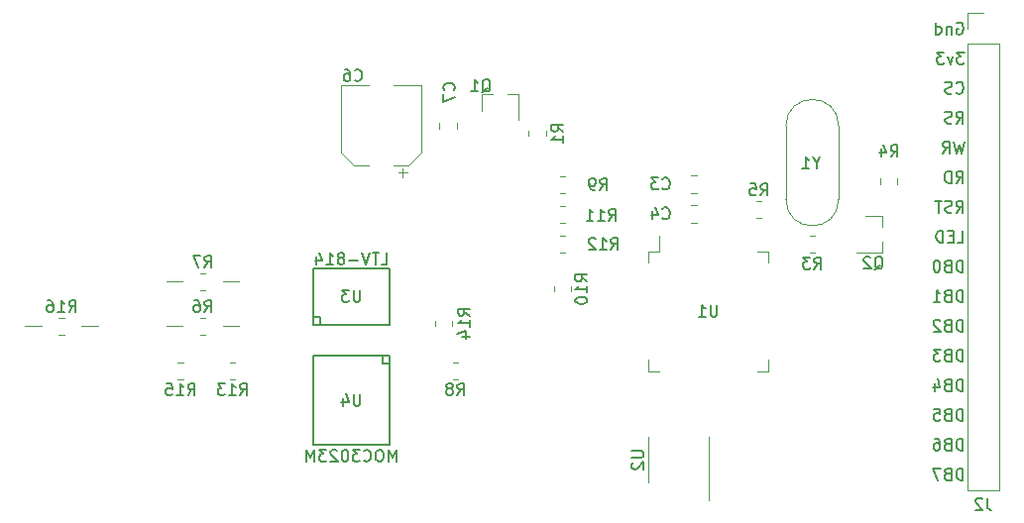
<source format=gbr>
%TF.GenerationSoftware,KiCad,Pcbnew,(5.1.9)-1*%
%TF.CreationDate,2021-12-16T02:45:32+03:00*%
%TF.ProjectId,pcb-heater,7063622d-6865-4617-9465-722e6b696361,rev?*%
%TF.SameCoordinates,Original*%
%TF.FileFunction,Legend,Bot*%
%TF.FilePolarity,Positive*%
%FSLAX46Y46*%
G04 Gerber Fmt 4.6, Leading zero omitted, Abs format (unit mm)*
G04 Created by KiCad (PCBNEW (5.1.9)-1) date 2021-12-16 02:45:32*
%MOMM*%
%LPD*%
G01*
G04 APERTURE LIST*
%ADD10C,0.150000*%
%ADD11C,0.120000*%
G04 APERTURE END LIST*
D10*
X139237404Y-117927380D02*
X139237404Y-116927380D01*
X138999309Y-116927380D01*
X138856452Y-116975000D01*
X138761214Y-117070238D01*
X138713595Y-117165476D01*
X138665976Y-117355952D01*
X138665976Y-117498809D01*
X138713595Y-117689285D01*
X138761214Y-117784523D01*
X138856452Y-117879761D01*
X138999309Y-117927380D01*
X139237404Y-117927380D01*
X137904071Y-117403571D02*
X137761214Y-117451190D01*
X137713595Y-117498809D01*
X137665976Y-117594047D01*
X137665976Y-117736904D01*
X137713595Y-117832142D01*
X137761214Y-117879761D01*
X137856452Y-117927380D01*
X138237404Y-117927380D01*
X138237404Y-116927380D01*
X137904071Y-116927380D01*
X137808833Y-116975000D01*
X137761214Y-117022619D01*
X137713595Y-117117857D01*
X137713595Y-117213095D01*
X137761214Y-117308333D01*
X137808833Y-117355952D01*
X137904071Y-117403571D01*
X138237404Y-117403571D01*
X137332642Y-116927380D02*
X136665976Y-116927380D01*
X137094547Y-117927380D01*
X139237404Y-115387380D02*
X139237404Y-114387380D01*
X138999309Y-114387380D01*
X138856452Y-114435000D01*
X138761214Y-114530238D01*
X138713595Y-114625476D01*
X138665976Y-114815952D01*
X138665976Y-114958809D01*
X138713595Y-115149285D01*
X138761214Y-115244523D01*
X138856452Y-115339761D01*
X138999309Y-115387380D01*
X139237404Y-115387380D01*
X137904071Y-114863571D02*
X137761214Y-114911190D01*
X137713595Y-114958809D01*
X137665976Y-115054047D01*
X137665976Y-115196904D01*
X137713595Y-115292142D01*
X137761214Y-115339761D01*
X137856452Y-115387380D01*
X138237404Y-115387380D01*
X138237404Y-114387380D01*
X137904071Y-114387380D01*
X137808833Y-114435000D01*
X137761214Y-114482619D01*
X137713595Y-114577857D01*
X137713595Y-114673095D01*
X137761214Y-114768333D01*
X137808833Y-114815952D01*
X137904071Y-114863571D01*
X138237404Y-114863571D01*
X136808833Y-114387380D02*
X136999309Y-114387380D01*
X137094547Y-114435000D01*
X137142166Y-114482619D01*
X137237404Y-114625476D01*
X137285023Y-114815952D01*
X137285023Y-115196904D01*
X137237404Y-115292142D01*
X137189785Y-115339761D01*
X137094547Y-115387380D01*
X136904071Y-115387380D01*
X136808833Y-115339761D01*
X136761214Y-115292142D01*
X136713595Y-115196904D01*
X136713595Y-114958809D01*
X136761214Y-114863571D01*
X136808833Y-114815952D01*
X136904071Y-114768333D01*
X137094547Y-114768333D01*
X137189785Y-114815952D01*
X137237404Y-114863571D01*
X137285023Y-114958809D01*
X139237404Y-112847380D02*
X139237404Y-111847380D01*
X138999309Y-111847380D01*
X138856452Y-111895000D01*
X138761214Y-111990238D01*
X138713595Y-112085476D01*
X138665976Y-112275952D01*
X138665976Y-112418809D01*
X138713595Y-112609285D01*
X138761214Y-112704523D01*
X138856452Y-112799761D01*
X138999309Y-112847380D01*
X139237404Y-112847380D01*
X137904071Y-112323571D02*
X137761214Y-112371190D01*
X137713595Y-112418809D01*
X137665976Y-112514047D01*
X137665976Y-112656904D01*
X137713595Y-112752142D01*
X137761214Y-112799761D01*
X137856452Y-112847380D01*
X138237404Y-112847380D01*
X138237404Y-111847380D01*
X137904071Y-111847380D01*
X137808833Y-111895000D01*
X137761214Y-111942619D01*
X137713595Y-112037857D01*
X137713595Y-112133095D01*
X137761214Y-112228333D01*
X137808833Y-112275952D01*
X137904071Y-112323571D01*
X138237404Y-112323571D01*
X136761214Y-111847380D02*
X137237404Y-111847380D01*
X137285023Y-112323571D01*
X137237404Y-112275952D01*
X137142166Y-112228333D01*
X136904071Y-112228333D01*
X136808833Y-112275952D01*
X136761214Y-112323571D01*
X136713595Y-112418809D01*
X136713595Y-112656904D01*
X136761214Y-112752142D01*
X136808833Y-112799761D01*
X136904071Y-112847380D01*
X137142166Y-112847380D01*
X137237404Y-112799761D01*
X137285023Y-112752142D01*
X139237404Y-110307380D02*
X139237404Y-109307380D01*
X138999309Y-109307380D01*
X138856452Y-109355000D01*
X138761214Y-109450238D01*
X138713595Y-109545476D01*
X138665976Y-109735952D01*
X138665976Y-109878809D01*
X138713595Y-110069285D01*
X138761214Y-110164523D01*
X138856452Y-110259761D01*
X138999309Y-110307380D01*
X139237404Y-110307380D01*
X137904071Y-109783571D02*
X137761214Y-109831190D01*
X137713595Y-109878809D01*
X137665976Y-109974047D01*
X137665976Y-110116904D01*
X137713595Y-110212142D01*
X137761214Y-110259761D01*
X137856452Y-110307380D01*
X138237404Y-110307380D01*
X138237404Y-109307380D01*
X137904071Y-109307380D01*
X137808833Y-109355000D01*
X137761214Y-109402619D01*
X137713595Y-109497857D01*
X137713595Y-109593095D01*
X137761214Y-109688333D01*
X137808833Y-109735952D01*
X137904071Y-109783571D01*
X138237404Y-109783571D01*
X136808833Y-109640714D02*
X136808833Y-110307380D01*
X137046928Y-109259761D02*
X137285023Y-109974047D01*
X136665976Y-109974047D01*
X139237404Y-107767380D02*
X139237404Y-106767380D01*
X138999309Y-106767380D01*
X138856452Y-106815000D01*
X138761214Y-106910238D01*
X138713595Y-107005476D01*
X138665976Y-107195952D01*
X138665976Y-107338809D01*
X138713595Y-107529285D01*
X138761214Y-107624523D01*
X138856452Y-107719761D01*
X138999309Y-107767380D01*
X139237404Y-107767380D01*
X137904071Y-107243571D02*
X137761214Y-107291190D01*
X137713595Y-107338809D01*
X137665976Y-107434047D01*
X137665976Y-107576904D01*
X137713595Y-107672142D01*
X137761214Y-107719761D01*
X137856452Y-107767380D01*
X138237404Y-107767380D01*
X138237404Y-106767380D01*
X137904071Y-106767380D01*
X137808833Y-106815000D01*
X137761214Y-106862619D01*
X137713595Y-106957857D01*
X137713595Y-107053095D01*
X137761214Y-107148333D01*
X137808833Y-107195952D01*
X137904071Y-107243571D01*
X138237404Y-107243571D01*
X137332642Y-106767380D02*
X136713595Y-106767380D01*
X137046928Y-107148333D01*
X136904071Y-107148333D01*
X136808833Y-107195952D01*
X136761214Y-107243571D01*
X136713595Y-107338809D01*
X136713595Y-107576904D01*
X136761214Y-107672142D01*
X136808833Y-107719761D01*
X136904071Y-107767380D01*
X137189785Y-107767380D01*
X137285023Y-107719761D01*
X137332642Y-107672142D01*
X139237404Y-105227380D02*
X139237404Y-104227380D01*
X138999309Y-104227380D01*
X138856452Y-104275000D01*
X138761214Y-104370238D01*
X138713595Y-104465476D01*
X138665976Y-104655952D01*
X138665976Y-104798809D01*
X138713595Y-104989285D01*
X138761214Y-105084523D01*
X138856452Y-105179761D01*
X138999309Y-105227380D01*
X139237404Y-105227380D01*
X137904071Y-104703571D02*
X137761214Y-104751190D01*
X137713595Y-104798809D01*
X137665976Y-104894047D01*
X137665976Y-105036904D01*
X137713595Y-105132142D01*
X137761214Y-105179761D01*
X137856452Y-105227380D01*
X138237404Y-105227380D01*
X138237404Y-104227380D01*
X137904071Y-104227380D01*
X137808833Y-104275000D01*
X137761214Y-104322619D01*
X137713595Y-104417857D01*
X137713595Y-104513095D01*
X137761214Y-104608333D01*
X137808833Y-104655952D01*
X137904071Y-104703571D01*
X138237404Y-104703571D01*
X137285023Y-104322619D02*
X137237404Y-104275000D01*
X137142166Y-104227380D01*
X136904071Y-104227380D01*
X136808833Y-104275000D01*
X136761214Y-104322619D01*
X136713595Y-104417857D01*
X136713595Y-104513095D01*
X136761214Y-104655952D01*
X137332642Y-105227380D01*
X136713595Y-105227380D01*
X139237404Y-102687380D02*
X139237404Y-101687380D01*
X138999309Y-101687380D01*
X138856452Y-101735000D01*
X138761214Y-101830238D01*
X138713595Y-101925476D01*
X138665976Y-102115952D01*
X138665976Y-102258809D01*
X138713595Y-102449285D01*
X138761214Y-102544523D01*
X138856452Y-102639761D01*
X138999309Y-102687380D01*
X139237404Y-102687380D01*
X137904071Y-102163571D02*
X137761214Y-102211190D01*
X137713595Y-102258809D01*
X137665976Y-102354047D01*
X137665976Y-102496904D01*
X137713595Y-102592142D01*
X137761214Y-102639761D01*
X137856452Y-102687380D01*
X138237404Y-102687380D01*
X138237404Y-101687380D01*
X137904071Y-101687380D01*
X137808833Y-101735000D01*
X137761214Y-101782619D01*
X137713595Y-101877857D01*
X137713595Y-101973095D01*
X137761214Y-102068333D01*
X137808833Y-102115952D01*
X137904071Y-102163571D01*
X138237404Y-102163571D01*
X136713595Y-102687380D02*
X137285023Y-102687380D01*
X136999309Y-102687380D02*
X136999309Y-101687380D01*
X137094547Y-101830238D01*
X137189785Y-101925476D01*
X137285023Y-101973095D01*
X139237404Y-100147380D02*
X139237404Y-99147380D01*
X138999309Y-99147380D01*
X138856452Y-99195000D01*
X138761214Y-99290238D01*
X138713595Y-99385476D01*
X138665976Y-99575952D01*
X138665976Y-99718809D01*
X138713595Y-99909285D01*
X138761214Y-100004523D01*
X138856452Y-100099761D01*
X138999309Y-100147380D01*
X139237404Y-100147380D01*
X137904071Y-99623571D02*
X137761214Y-99671190D01*
X137713595Y-99718809D01*
X137665976Y-99814047D01*
X137665976Y-99956904D01*
X137713595Y-100052142D01*
X137761214Y-100099761D01*
X137856452Y-100147380D01*
X138237404Y-100147380D01*
X138237404Y-99147380D01*
X137904071Y-99147380D01*
X137808833Y-99195000D01*
X137761214Y-99242619D01*
X137713595Y-99337857D01*
X137713595Y-99433095D01*
X137761214Y-99528333D01*
X137808833Y-99575952D01*
X137904071Y-99623571D01*
X138237404Y-99623571D01*
X137046928Y-99147380D02*
X136951690Y-99147380D01*
X136856452Y-99195000D01*
X136808833Y-99242619D01*
X136761214Y-99337857D01*
X136713595Y-99528333D01*
X136713595Y-99766428D01*
X136761214Y-99956904D01*
X136808833Y-100052142D01*
X136856452Y-100099761D01*
X136951690Y-100147380D01*
X137046928Y-100147380D01*
X137142166Y-100099761D01*
X137189785Y-100052142D01*
X137237404Y-99956904D01*
X137285023Y-99766428D01*
X137285023Y-99528333D01*
X137237404Y-99337857D01*
X137189785Y-99242619D01*
X137142166Y-99195000D01*
X137046928Y-99147380D01*
X138761214Y-97607380D02*
X139237404Y-97607380D01*
X139237404Y-96607380D01*
X138427880Y-97083571D02*
X138094547Y-97083571D01*
X137951690Y-97607380D02*
X138427880Y-97607380D01*
X138427880Y-96607380D01*
X137951690Y-96607380D01*
X137523119Y-97607380D02*
X137523119Y-96607380D01*
X137285023Y-96607380D01*
X137142166Y-96655000D01*
X137046928Y-96750238D01*
X136999309Y-96845476D01*
X136951690Y-97035952D01*
X136951690Y-97178809D01*
X136999309Y-97369285D01*
X137046928Y-97464523D01*
X137142166Y-97559761D01*
X137285023Y-97607380D01*
X137523119Y-97607380D01*
X138665976Y-95067380D02*
X138999309Y-94591190D01*
X139237404Y-95067380D02*
X139237404Y-94067380D01*
X138856452Y-94067380D01*
X138761214Y-94115000D01*
X138713595Y-94162619D01*
X138665976Y-94257857D01*
X138665976Y-94400714D01*
X138713595Y-94495952D01*
X138761214Y-94543571D01*
X138856452Y-94591190D01*
X139237404Y-94591190D01*
X138285023Y-95019761D02*
X138142166Y-95067380D01*
X137904071Y-95067380D01*
X137808833Y-95019761D01*
X137761214Y-94972142D01*
X137713595Y-94876904D01*
X137713595Y-94781666D01*
X137761214Y-94686428D01*
X137808833Y-94638809D01*
X137904071Y-94591190D01*
X138094547Y-94543571D01*
X138189785Y-94495952D01*
X138237404Y-94448333D01*
X138285023Y-94353095D01*
X138285023Y-94257857D01*
X138237404Y-94162619D01*
X138189785Y-94115000D01*
X138094547Y-94067380D01*
X137856452Y-94067380D01*
X137713595Y-94115000D01*
X137427880Y-94067380D02*
X136856452Y-94067380D01*
X137142166Y-95067380D02*
X137142166Y-94067380D01*
X138665976Y-92527380D02*
X138999309Y-92051190D01*
X139237404Y-92527380D02*
X139237404Y-91527380D01*
X138856452Y-91527380D01*
X138761214Y-91575000D01*
X138713595Y-91622619D01*
X138665976Y-91717857D01*
X138665976Y-91860714D01*
X138713595Y-91955952D01*
X138761214Y-92003571D01*
X138856452Y-92051190D01*
X139237404Y-92051190D01*
X138237404Y-92527380D02*
X138237404Y-91527380D01*
X137999309Y-91527380D01*
X137856452Y-91575000D01*
X137761214Y-91670238D01*
X137713595Y-91765476D01*
X137665976Y-91955952D01*
X137665976Y-92098809D01*
X137713595Y-92289285D01*
X137761214Y-92384523D01*
X137856452Y-92479761D01*
X137999309Y-92527380D01*
X138237404Y-92527380D01*
X139332642Y-88987380D02*
X139094547Y-89987380D01*
X138904071Y-89273095D01*
X138713595Y-89987380D01*
X138475500Y-88987380D01*
X137523119Y-89987380D02*
X137856452Y-89511190D01*
X138094547Y-89987380D02*
X138094547Y-88987380D01*
X137713595Y-88987380D01*
X137618357Y-89035000D01*
X137570738Y-89082619D01*
X137523119Y-89177857D01*
X137523119Y-89320714D01*
X137570738Y-89415952D01*
X137618357Y-89463571D01*
X137713595Y-89511190D01*
X138094547Y-89511190D01*
X138665976Y-87447380D02*
X138999309Y-86971190D01*
X139237404Y-87447380D02*
X139237404Y-86447380D01*
X138856452Y-86447380D01*
X138761214Y-86495000D01*
X138713595Y-86542619D01*
X138665976Y-86637857D01*
X138665976Y-86780714D01*
X138713595Y-86875952D01*
X138761214Y-86923571D01*
X138856452Y-86971190D01*
X139237404Y-86971190D01*
X138285023Y-87399761D02*
X138142166Y-87447380D01*
X137904071Y-87447380D01*
X137808833Y-87399761D01*
X137761214Y-87352142D01*
X137713595Y-87256904D01*
X137713595Y-87161666D01*
X137761214Y-87066428D01*
X137808833Y-87018809D01*
X137904071Y-86971190D01*
X138094547Y-86923571D01*
X138189785Y-86875952D01*
X138237404Y-86828333D01*
X138285023Y-86733095D01*
X138285023Y-86637857D01*
X138237404Y-86542619D01*
X138189785Y-86495000D01*
X138094547Y-86447380D01*
X137856452Y-86447380D01*
X137713595Y-86495000D01*
X138665976Y-84812142D02*
X138713595Y-84859761D01*
X138856452Y-84907380D01*
X138951690Y-84907380D01*
X139094547Y-84859761D01*
X139189785Y-84764523D01*
X139237404Y-84669285D01*
X139285023Y-84478809D01*
X139285023Y-84335952D01*
X139237404Y-84145476D01*
X139189785Y-84050238D01*
X139094547Y-83955000D01*
X138951690Y-83907380D01*
X138856452Y-83907380D01*
X138713595Y-83955000D01*
X138665976Y-84002619D01*
X138285023Y-84859761D02*
X138142166Y-84907380D01*
X137904071Y-84907380D01*
X137808833Y-84859761D01*
X137761214Y-84812142D01*
X137713595Y-84716904D01*
X137713595Y-84621666D01*
X137761214Y-84526428D01*
X137808833Y-84478809D01*
X137904071Y-84431190D01*
X138094547Y-84383571D01*
X138189785Y-84335952D01*
X138237404Y-84288333D01*
X138285023Y-84193095D01*
X138285023Y-84097857D01*
X138237404Y-84002619D01*
X138189785Y-83955000D01*
X138094547Y-83907380D01*
X137856452Y-83907380D01*
X137713595Y-83955000D01*
X139332642Y-81367380D02*
X138713595Y-81367380D01*
X139046928Y-81748333D01*
X138904071Y-81748333D01*
X138808833Y-81795952D01*
X138761214Y-81843571D01*
X138713595Y-81938809D01*
X138713595Y-82176904D01*
X138761214Y-82272142D01*
X138808833Y-82319761D01*
X138904071Y-82367380D01*
X139189785Y-82367380D01*
X139285023Y-82319761D01*
X139332642Y-82272142D01*
X138380261Y-81700714D02*
X138142166Y-82367380D01*
X137904071Y-81700714D01*
X137618357Y-81367380D02*
X136999309Y-81367380D01*
X137332642Y-81748333D01*
X137189785Y-81748333D01*
X137094547Y-81795952D01*
X137046928Y-81843571D01*
X136999309Y-81938809D01*
X136999309Y-82176904D01*
X137046928Y-82272142D01*
X137094547Y-82319761D01*
X137189785Y-82367380D01*
X137475500Y-82367380D01*
X137570738Y-82319761D01*
X137618357Y-82272142D01*
X138713595Y-78875000D02*
X138808833Y-78827380D01*
X138951690Y-78827380D01*
X139094547Y-78875000D01*
X139189785Y-78970238D01*
X139237404Y-79065476D01*
X139285023Y-79255952D01*
X139285023Y-79398809D01*
X139237404Y-79589285D01*
X139189785Y-79684523D01*
X139094547Y-79779761D01*
X138951690Y-79827380D01*
X138856452Y-79827380D01*
X138713595Y-79779761D01*
X138665976Y-79732142D01*
X138665976Y-79398809D01*
X138856452Y-79398809D01*
X138237404Y-79160714D02*
X138237404Y-79827380D01*
X138237404Y-79255952D02*
X138189785Y-79208333D01*
X138094547Y-79160714D01*
X137951690Y-79160714D01*
X137856452Y-79208333D01*
X137808833Y-79303571D01*
X137808833Y-79827380D01*
X136904071Y-79827380D02*
X136904071Y-78827380D01*
X136904071Y-79779761D02*
X136999309Y-79827380D01*
X137189785Y-79827380D01*
X137285023Y-79779761D01*
X137332642Y-79732142D01*
X137380261Y-79636904D01*
X137380261Y-79351190D01*
X137332642Y-79255952D01*
X137285023Y-79208333D01*
X137189785Y-79160714D01*
X136999309Y-79160714D01*
X136904071Y-79208333D01*
D11*
%TO.C,U2*%
X117495000Y-116205000D02*
X117495000Y-119655000D01*
X117495000Y-116205000D02*
X117495000Y-114255000D01*
X112375000Y-116205000D02*
X112375000Y-118155000D01*
X112375000Y-116205000D02*
X112375000Y-114255000D01*
%TO.C,R16*%
X62457064Y-104040000D02*
X62002936Y-104040000D01*
X62457064Y-105510000D02*
X62002936Y-105510000D01*
X63930000Y-104775000D02*
X65330000Y-104775000D01*
X60530000Y-104775000D02*
X59130000Y-104775000D01*
%TO.C,Y1*%
X124117000Y-93955000D02*
G75*
G03*
X128613000Y-93955000I2248000J0D01*
G01*
X128613000Y-87655000D02*
G75*
G03*
X124117000Y-87655000I-2248000J0D01*
G01*
X128613000Y-87655000D02*
X128613000Y-93955000D01*
X124117000Y-87655000D02*
X124117000Y-93955000D01*
D10*
%TO.C,U4*%
X89644220Y-107950000D02*
X90243660Y-107950000D01*
X89644220Y-107315000D02*
X89644220Y-107916980D01*
X83746340Y-107315000D02*
X90243660Y-107315000D01*
X83746340Y-114935000D02*
X90243660Y-114935000D01*
X90245000Y-107315000D02*
X90245000Y-114935000D01*
X83745000Y-107315000D02*
X83745000Y-114935000D01*
%TO.C,U3*%
X90245000Y-104635000D02*
X90245000Y-99835000D01*
X83745000Y-104635000D02*
X83745000Y-99835000D01*
X90243660Y-99835020D02*
X83746340Y-99835020D01*
X90243660Y-104634980D02*
X83746340Y-104634980D01*
X84345780Y-104634980D02*
X84345780Y-104033000D01*
X84345780Y-104033000D02*
X83746340Y-104033000D01*
D11*
%TO.C,U1*%
X122585000Y-107665000D02*
X122585000Y-108615000D01*
X122585000Y-108615000D02*
X121635000Y-108615000D01*
X122585000Y-99345000D02*
X122585000Y-98395000D01*
X122585000Y-98395000D02*
X121635000Y-98395000D01*
X112365000Y-107665000D02*
X112365000Y-108615000D01*
X112365000Y-108615000D02*
X113315000Y-108615000D01*
X112365000Y-99345000D02*
X112365000Y-98395000D01*
X112365000Y-98395000D02*
X113315000Y-98395000D01*
X113315000Y-98395000D02*
X113315000Y-97055000D01*
%TO.C,R15*%
X72162936Y-109320000D02*
X72617064Y-109320000D01*
X72162936Y-107850000D02*
X72617064Y-107850000D01*
%TO.C,R14*%
X95604000Y-104748064D02*
X95604000Y-104293936D01*
X94134000Y-104748064D02*
X94134000Y-104293936D01*
%TO.C,R13*%
X76607936Y-109320000D02*
X77062064Y-109320000D01*
X76607936Y-107850000D02*
X77062064Y-107850000D01*
%TO.C,R12*%
X104795936Y-98525000D02*
X105250064Y-98525000D01*
X104795936Y-97055000D02*
X105250064Y-97055000D01*
%TO.C,R11*%
X104817936Y-95985000D02*
X105272064Y-95985000D01*
X104817936Y-94515000D02*
X105272064Y-94515000D01*
%TO.C,R10*%
X105764000Y-101827064D02*
X105764000Y-101372936D01*
X104294000Y-101827064D02*
X104294000Y-101372936D01*
%TO.C,R9*%
X104801936Y-93445000D02*
X105256064Y-93445000D01*
X104801936Y-91975000D02*
X105256064Y-91975000D01*
%TO.C,R8*%
X95657936Y-109320000D02*
X96112064Y-109320000D01*
X95657936Y-107850000D02*
X96112064Y-107850000D01*
%TO.C,R7*%
X74522064Y-100230000D02*
X74067936Y-100230000D01*
X74522064Y-101700000D02*
X74067936Y-101700000D01*
X75995000Y-100965000D02*
X77395000Y-100965000D01*
X72595000Y-100965000D02*
X71195000Y-100965000D01*
%TO.C,R6*%
X74522064Y-104040000D02*
X74067936Y-104040000D01*
X74522064Y-105510000D02*
X74067936Y-105510000D01*
X75995000Y-104775000D02*
X77395000Y-104775000D01*
X72595000Y-104775000D02*
X71195000Y-104775000D01*
%TO.C,R5*%
X121565936Y-95540500D02*
X122020064Y-95540500D01*
X121565936Y-94070500D02*
X122020064Y-94070500D01*
%TO.C,R4*%
X132170500Y-92165436D02*
X132170500Y-92619564D01*
X133640500Y-92165436D02*
X133640500Y-92619564D01*
%TO.C,R3*%
X126592064Y-97055000D02*
X126137936Y-97055000D01*
X126592064Y-98525000D02*
X126137936Y-98525000D01*
%TO.C,R1*%
X102135000Y-88037936D02*
X102135000Y-88492064D01*
X103605000Y-88037936D02*
X103605000Y-88492064D01*
%TO.C,Q2*%
X132332000Y-95321000D02*
X132332000Y-96251000D01*
X132332000Y-98481000D02*
X132332000Y-97551000D01*
X132332000Y-98481000D02*
X130172000Y-98481000D01*
X132332000Y-95321000D02*
X130872000Y-95321000D01*
%TO.C,Q1*%
X98115000Y-84965000D02*
X99045000Y-84965000D01*
X101275000Y-84965000D02*
X100345000Y-84965000D01*
X101275000Y-84965000D02*
X101275000Y-87125000D01*
X98115000Y-84965000D02*
X98115000Y-86425000D01*
%TO.C,J2*%
X142300000Y-80645000D02*
X139640000Y-80645000D01*
X142300000Y-80645000D02*
X142300000Y-118805000D01*
X142300000Y-118805000D02*
X139640000Y-118805000D01*
X139640000Y-80645000D02*
X139640000Y-118805000D01*
X139640000Y-78045000D02*
X139640000Y-79375000D01*
X140970000Y-78045000D02*
X139640000Y-78045000D01*
%TO.C,C7*%
X95985000Y-87891252D02*
X95985000Y-87368748D01*
X94515000Y-87891252D02*
X94515000Y-87368748D01*
%TO.C,C6*%
X86125000Y-84220000D02*
X88475000Y-84220000D01*
X92945000Y-84220000D02*
X90595000Y-84220000D01*
X92945000Y-89975563D02*
X92945000Y-84220000D01*
X86125000Y-89975563D02*
X86125000Y-84220000D01*
X87189437Y-91040000D02*
X88475000Y-91040000D01*
X91880563Y-91040000D02*
X90595000Y-91040000D01*
X91880563Y-91040000D02*
X92945000Y-89975563D01*
X87189437Y-91040000D02*
X86125000Y-89975563D01*
X91382500Y-92067500D02*
X91382500Y-91280000D01*
X91776250Y-91673750D02*
X90988750Y-91673750D01*
%TO.C,C4*%
X116007248Y-95921500D02*
X116529752Y-95921500D01*
X116007248Y-94451500D02*
X116529752Y-94451500D01*
%TO.C,C3*%
X116007248Y-93381500D02*
X116529752Y-93381500D01*
X116007248Y-91911500D02*
X116529752Y-91911500D01*
%TO.C,U2*%
D10*
X110958380Y-115443095D02*
X111767904Y-115443095D01*
X111863142Y-115490714D01*
X111910761Y-115538333D01*
X111958380Y-115633571D01*
X111958380Y-115824047D01*
X111910761Y-115919285D01*
X111863142Y-115966904D01*
X111767904Y-116014523D01*
X110958380Y-116014523D01*
X111053619Y-116443095D02*
X111006000Y-116490714D01*
X110958380Y-116585952D01*
X110958380Y-116824047D01*
X111006000Y-116919285D01*
X111053619Y-116966904D01*
X111148857Y-117014523D01*
X111244095Y-117014523D01*
X111386952Y-116966904D01*
X111958380Y-116395476D01*
X111958380Y-117014523D01*
%TO.C,R16*%
X62872857Y-103576380D02*
X63206190Y-103100190D01*
X63444285Y-103576380D02*
X63444285Y-102576380D01*
X63063333Y-102576380D01*
X62968095Y-102624000D01*
X62920476Y-102671619D01*
X62872857Y-102766857D01*
X62872857Y-102909714D01*
X62920476Y-103004952D01*
X62968095Y-103052571D01*
X63063333Y-103100190D01*
X63444285Y-103100190D01*
X61920476Y-103576380D02*
X62491904Y-103576380D01*
X62206190Y-103576380D02*
X62206190Y-102576380D01*
X62301428Y-102719238D01*
X62396666Y-102814476D01*
X62491904Y-102862095D01*
X61063333Y-102576380D02*
X61253809Y-102576380D01*
X61349047Y-102624000D01*
X61396666Y-102671619D01*
X61491904Y-102814476D01*
X61539523Y-103004952D01*
X61539523Y-103385904D01*
X61491904Y-103481142D01*
X61444285Y-103528761D01*
X61349047Y-103576380D01*
X61158571Y-103576380D01*
X61063333Y-103528761D01*
X61015714Y-103481142D01*
X60968095Y-103385904D01*
X60968095Y-103147809D01*
X61015714Y-103052571D01*
X61063333Y-103004952D01*
X61158571Y-102957333D01*
X61349047Y-102957333D01*
X61444285Y-103004952D01*
X61491904Y-103052571D01*
X61539523Y-103147809D01*
%TO.C,Y1*%
X126714190Y-90844690D02*
X126714190Y-91320880D01*
X127047523Y-90320880D02*
X126714190Y-90844690D01*
X126380857Y-90320880D01*
X125523714Y-91320880D02*
X126095142Y-91320880D01*
X125809428Y-91320880D02*
X125809428Y-90320880D01*
X125904666Y-90463738D01*
X125999904Y-90558976D01*
X126095142Y-90606595D01*
%TO.C,U4*%
X87756904Y-110577380D02*
X87756904Y-111386904D01*
X87709285Y-111482142D01*
X87661666Y-111529761D01*
X87566428Y-111577380D01*
X87375952Y-111577380D01*
X87280714Y-111529761D01*
X87233095Y-111482142D01*
X87185476Y-111386904D01*
X87185476Y-110577380D01*
X86280714Y-110910714D02*
X86280714Y-111577380D01*
X86518809Y-110529761D02*
X86756904Y-111244047D01*
X86137857Y-111244047D01*
X90828333Y-116339880D02*
X90828333Y-115339880D01*
X90495000Y-116054166D01*
X90161666Y-115339880D01*
X90161666Y-116339880D01*
X89495000Y-115339880D02*
X89304523Y-115339880D01*
X89209285Y-115387500D01*
X89114047Y-115482738D01*
X89066428Y-115673214D01*
X89066428Y-116006547D01*
X89114047Y-116197023D01*
X89209285Y-116292261D01*
X89304523Y-116339880D01*
X89495000Y-116339880D01*
X89590238Y-116292261D01*
X89685476Y-116197023D01*
X89733095Y-116006547D01*
X89733095Y-115673214D01*
X89685476Y-115482738D01*
X89590238Y-115387500D01*
X89495000Y-115339880D01*
X88066428Y-116244642D02*
X88114047Y-116292261D01*
X88256904Y-116339880D01*
X88352142Y-116339880D01*
X88495000Y-116292261D01*
X88590238Y-116197023D01*
X88637857Y-116101785D01*
X88685476Y-115911309D01*
X88685476Y-115768452D01*
X88637857Y-115577976D01*
X88590238Y-115482738D01*
X88495000Y-115387500D01*
X88352142Y-115339880D01*
X88256904Y-115339880D01*
X88114047Y-115387500D01*
X88066428Y-115435119D01*
X87733095Y-115339880D02*
X87114047Y-115339880D01*
X87447380Y-115720833D01*
X87304523Y-115720833D01*
X87209285Y-115768452D01*
X87161666Y-115816071D01*
X87114047Y-115911309D01*
X87114047Y-116149404D01*
X87161666Y-116244642D01*
X87209285Y-116292261D01*
X87304523Y-116339880D01*
X87590238Y-116339880D01*
X87685476Y-116292261D01*
X87733095Y-116244642D01*
X86495000Y-115339880D02*
X86399761Y-115339880D01*
X86304523Y-115387500D01*
X86256904Y-115435119D01*
X86209285Y-115530357D01*
X86161666Y-115720833D01*
X86161666Y-115958928D01*
X86209285Y-116149404D01*
X86256904Y-116244642D01*
X86304523Y-116292261D01*
X86399761Y-116339880D01*
X86495000Y-116339880D01*
X86590238Y-116292261D01*
X86637857Y-116244642D01*
X86685476Y-116149404D01*
X86733095Y-115958928D01*
X86733095Y-115720833D01*
X86685476Y-115530357D01*
X86637857Y-115435119D01*
X86590238Y-115387500D01*
X86495000Y-115339880D01*
X85780714Y-115435119D02*
X85733095Y-115387500D01*
X85637857Y-115339880D01*
X85399761Y-115339880D01*
X85304523Y-115387500D01*
X85256904Y-115435119D01*
X85209285Y-115530357D01*
X85209285Y-115625595D01*
X85256904Y-115768452D01*
X85828333Y-116339880D01*
X85209285Y-116339880D01*
X84875952Y-115339880D02*
X84256904Y-115339880D01*
X84590238Y-115720833D01*
X84447380Y-115720833D01*
X84352142Y-115768452D01*
X84304523Y-115816071D01*
X84256904Y-115911309D01*
X84256904Y-116149404D01*
X84304523Y-116244642D01*
X84352142Y-116292261D01*
X84447380Y-116339880D01*
X84733095Y-116339880D01*
X84828333Y-116292261D01*
X84875952Y-116244642D01*
X83828333Y-116339880D02*
X83828333Y-115339880D01*
X83495000Y-116054166D01*
X83161666Y-115339880D01*
X83161666Y-116339880D01*
%TO.C,U3*%
X87756904Y-101687380D02*
X87756904Y-102496904D01*
X87709285Y-102592142D01*
X87661666Y-102639761D01*
X87566428Y-102687380D01*
X87375952Y-102687380D01*
X87280714Y-102639761D01*
X87233095Y-102592142D01*
X87185476Y-102496904D01*
X87185476Y-101687380D01*
X86804523Y-101687380D02*
X86185476Y-101687380D01*
X86518809Y-102068333D01*
X86375952Y-102068333D01*
X86280714Y-102115952D01*
X86233095Y-102163571D01*
X86185476Y-102258809D01*
X86185476Y-102496904D01*
X86233095Y-102592142D01*
X86280714Y-102639761D01*
X86375952Y-102687380D01*
X86661666Y-102687380D01*
X86756904Y-102639761D01*
X86804523Y-102592142D01*
X89542619Y-99512380D02*
X90018809Y-99512380D01*
X90018809Y-98512380D01*
X89352142Y-98512380D02*
X88780714Y-98512380D01*
X89066428Y-99512380D02*
X89066428Y-98512380D01*
X88590238Y-98512380D02*
X88256904Y-99512380D01*
X87923571Y-98512380D01*
X87590238Y-99131428D02*
X86828333Y-99131428D01*
X86209285Y-98940952D02*
X86304523Y-98893333D01*
X86352142Y-98845714D01*
X86399761Y-98750476D01*
X86399761Y-98702857D01*
X86352142Y-98607619D01*
X86304523Y-98560000D01*
X86209285Y-98512380D01*
X86018809Y-98512380D01*
X85923571Y-98560000D01*
X85875952Y-98607619D01*
X85828333Y-98702857D01*
X85828333Y-98750476D01*
X85875952Y-98845714D01*
X85923571Y-98893333D01*
X86018809Y-98940952D01*
X86209285Y-98940952D01*
X86304523Y-98988571D01*
X86352142Y-99036190D01*
X86399761Y-99131428D01*
X86399761Y-99321904D01*
X86352142Y-99417142D01*
X86304523Y-99464761D01*
X86209285Y-99512380D01*
X86018809Y-99512380D01*
X85923571Y-99464761D01*
X85875952Y-99417142D01*
X85828333Y-99321904D01*
X85828333Y-99131428D01*
X85875952Y-99036190D01*
X85923571Y-98988571D01*
X86018809Y-98940952D01*
X84875952Y-99512380D02*
X85447380Y-99512380D01*
X85161666Y-99512380D02*
X85161666Y-98512380D01*
X85256904Y-98655238D01*
X85352142Y-98750476D01*
X85447380Y-98798095D01*
X84018809Y-98845714D02*
X84018809Y-99512380D01*
X84256904Y-98464761D02*
X84495000Y-99179047D01*
X83875952Y-99179047D01*
%TO.C,U1*%
X118236904Y-102957380D02*
X118236904Y-103766904D01*
X118189285Y-103862142D01*
X118141666Y-103909761D01*
X118046428Y-103957380D01*
X117855952Y-103957380D01*
X117760714Y-103909761D01*
X117713095Y-103862142D01*
X117665476Y-103766904D01*
X117665476Y-102957380D01*
X116665476Y-103957380D02*
X117236904Y-103957380D01*
X116951190Y-103957380D02*
X116951190Y-102957380D01*
X117046428Y-103100238D01*
X117141666Y-103195476D01*
X117236904Y-103243095D01*
%TO.C,R15*%
X73032857Y-110687380D02*
X73366190Y-110211190D01*
X73604285Y-110687380D02*
X73604285Y-109687380D01*
X73223333Y-109687380D01*
X73128095Y-109735000D01*
X73080476Y-109782619D01*
X73032857Y-109877857D01*
X73032857Y-110020714D01*
X73080476Y-110115952D01*
X73128095Y-110163571D01*
X73223333Y-110211190D01*
X73604285Y-110211190D01*
X72080476Y-110687380D02*
X72651904Y-110687380D01*
X72366190Y-110687380D02*
X72366190Y-109687380D01*
X72461428Y-109830238D01*
X72556666Y-109925476D01*
X72651904Y-109973095D01*
X71175714Y-109687380D02*
X71651904Y-109687380D01*
X71699523Y-110163571D01*
X71651904Y-110115952D01*
X71556666Y-110068333D01*
X71318571Y-110068333D01*
X71223333Y-110115952D01*
X71175714Y-110163571D01*
X71128095Y-110258809D01*
X71128095Y-110496904D01*
X71175714Y-110592142D01*
X71223333Y-110639761D01*
X71318571Y-110687380D01*
X71556666Y-110687380D01*
X71651904Y-110639761D01*
X71699523Y-110592142D01*
%TO.C,R14*%
X97099380Y-103878142D02*
X96623190Y-103544809D01*
X97099380Y-103306714D02*
X96099380Y-103306714D01*
X96099380Y-103687666D01*
X96147000Y-103782904D01*
X96194619Y-103830523D01*
X96289857Y-103878142D01*
X96432714Y-103878142D01*
X96527952Y-103830523D01*
X96575571Y-103782904D01*
X96623190Y-103687666D01*
X96623190Y-103306714D01*
X97099380Y-104830523D02*
X97099380Y-104259095D01*
X97099380Y-104544809D02*
X96099380Y-104544809D01*
X96242238Y-104449571D01*
X96337476Y-104354333D01*
X96385095Y-104259095D01*
X96432714Y-105687666D02*
X97099380Y-105687666D01*
X96051761Y-105449571D02*
X96766047Y-105211476D01*
X96766047Y-105830523D01*
%TO.C,R13*%
X77477857Y-110687380D02*
X77811190Y-110211190D01*
X78049285Y-110687380D02*
X78049285Y-109687380D01*
X77668333Y-109687380D01*
X77573095Y-109735000D01*
X77525476Y-109782619D01*
X77477857Y-109877857D01*
X77477857Y-110020714D01*
X77525476Y-110115952D01*
X77573095Y-110163571D01*
X77668333Y-110211190D01*
X78049285Y-110211190D01*
X76525476Y-110687380D02*
X77096904Y-110687380D01*
X76811190Y-110687380D02*
X76811190Y-109687380D01*
X76906428Y-109830238D01*
X77001666Y-109925476D01*
X77096904Y-109973095D01*
X76192142Y-109687380D02*
X75573095Y-109687380D01*
X75906428Y-110068333D01*
X75763571Y-110068333D01*
X75668333Y-110115952D01*
X75620714Y-110163571D01*
X75573095Y-110258809D01*
X75573095Y-110496904D01*
X75620714Y-110592142D01*
X75668333Y-110639761D01*
X75763571Y-110687380D01*
X76049285Y-110687380D01*
X76144523Y-110639761D01*
X76192142Y-110592142D01*
%TO.C,R12*%
X109164357Y-98236880D02*
X109497690Y-97760690D01*
X109735785Y-98236880D02*
X109735785Y-97236880D01*
X109354833Y-97236880D01*
X109259595Y-97284500D01*
X109211976Y-97332119D01*
X109164357Y-97427357D01*
X109164357Y-97570214D01*
X109211976Y-97665452D01*
X109259595Y-97713071D01*
X109354833Y-97760690D01*
X109735785Y-97760690D01*
X108211976Y-98236880D02*
X108783404Y-98236880D01*
X108497690Y-98236880D02*
X108497690Y-97236880D01*
X108592928Y-97379738D01*
X108688166Y-97474976D01*
X108783404Y-97522595D01*
X107831023Y-97332119D02*
X107783404Y-97284500D01*
X107688166Y-97236880D01*
X107450071Y-97236880D01*
X107354833Y-97284500D01*
X107307214Y-97332119D01*
X107259595Y-97427357D01*
X107259595Y-97522595D01*
X107307214Y-97665452D01*
X107878642Y-98236880D01*
X107259595Y-98236880D01*
%TO.C,R11*%
X108973857Y-95765880D02*
X109307190Y-95289690D01*
X109545285Y-95765880D02*
X109545285Y-94765880D01*
X109164333Y-94765880D01*
X109069095Y-94813500D01*
X109021476Y-94861119D01*
X108973857Y-94956357D01*
X108973857Y-95099214D01*
X109021476Y-95194452D01*
X109069095Y-95242071D01*
X109164333Y-95289690D01*
X109545285Y-95289690D01*
X108021476Y-95765880D02*
X108592904Y-95765880D01*
X108307190Y-95765880D02*
X108307190Y-94765880D01*
X108402428Y-94908738D01*
X108497666Y-95003976D01*
X108592904Y-95051595D01*
X107069095Y-95765880D02*
X107640523Y-95765880D01*
X107354809Y-95765880D02*
X107354809Y-94765880D01*
X107450047Y-94908738D01*
X107545285Y-95003976D01*
X107640523Y-95051595D01*
%TO.C,R10*%
X107131380Y-100957142D02*
X106655190Y-100623809D01*
X107131380Y-100385714D02*
X106131380Y-100385714D01*
X106131380Y-100766666D01*
X106179000Y-100861904D01*
X106226619Y-100909523D01*
X106321857Y-100957142D01*
X106464714Y-100957142D01*
X106559952Y-100909523D01*
X106607571Y-100861904D01*
X106655190Y-100766666D01*
X106655190Y-100385714D01*
X107131380Y-101909523D02*
X107131380Y-101338095D01*
X107131380Y-101623809D02*
X106131380Y-101623809D01*
X106274238Y-101528571D01*
X106369476Y-101433333D01*
X106417095Y-101338095D01*
X106131380Y-102528571D02*
X106131380Y-102623809D01*
X106179000Y-102719047D01*
X106226619Y-102766666D01*
X106321857Y-102814285D01*
X106512333Y-102861904D01*
X106750428Y-102861904D01*
X106940904Y-102814285D01*
X107036142Y-102766666D01*
X107083761Y-102719047D01*
X107131380Y-102623809D01*
X107131380Y-102528571D01*
X107083761Y-102433333D01*
X107036142Y-102385714D01*
X106940904Y-102338095D01*
X106750428Y-102290476D01*
X106512333Y-102290476D01*
X106321857Y-102338095D01*
X106226619Y-102385714D01*
X106179000Y-102433333D01*
X106131380Y-102528571D01*
%TO.C,R9*%
X108243666Y-93162380D02*
X108577000Y-92686190D01*
X108815095Y-93162380D02*
X108815095Y-92162380D01*
X108434142Y-92162380D01*
X108338904Y-92210000D01*
X108291285Y-92257619D01*
X108243666Y-92352857D01*
X108243666Y-92495714D01*
X108291285Y-92590952D01*
X108338904Y-92638571D01*
X108434142Y-92686190D01*
X108815095Y-92686190D01*
X107767476Y-93162380D02*
X107577000Y-93162380D01*
X107481761Y-93114761D01*
X107434142Y-93067142D01*
X107338904Y-92924285D01*
X107291285Y-92733809D01*
X107291285Y-92352857D01*
X107338904Y-92257619D01*
X107386523Y-92210000D01*
X107481761Y-92162380D01*
X107672238Y-92162380D01*
X107767476Y-92210000D01*
X107815095Y-92257619D01*
X107862714Y-92352857D01*
X107862714Y-92590952D01*
X107815095Y-92686190D01*
X107767476Y-92733809D01*
X107672238Y-92781428D01*
X107481761Y-92781428D01*
X107386523Y-92733809D01*
X107338904Y-92686190D01*
X107291285Y-92590952D01*
%TO.C,R8*%
X96051666Y-110687380D02*
X96385000Y-110211190D01*
X96623095Y-110687380D02*
X96623095Y-109687380D01*
X96242142Y-109687380D01*
X96146904Y-109735000D01*
X96099285Y-109782619D01*
X96051666Y-109877857D01*
X96051666Y-110020714D01*
X96099285Y-110115952D01*
X96146904Y-110163571D01*
X96242142Y-110211190D01*
X96623095Y-110211190D01*
X95480238Y-110115952D02*
X95575476Y-110068333D01*
X95623095Y-110020714D01*
X95670714Y-109925476D01*
X95670714Y-109877857D01*
X95623095Y-109782619D01*
X95575476Y-109735000D01*
X95480238Y-109687380D01*
X95289761Y-109687380D01*
X95194523Y-109735000D01*
X95146904Y-109782619D01*
X95099285Y-109877857D01*
X95099285Y-109925476D01*
X95146904Y-110020714D01*
X95194523Y-110068333D01*
X95289761Y-110115952D01*
X95480238Y-110115952D01*
X95575476Y-110163571D01*
X95623095Y-110211190D01*
X95670714Y-110306428D01*
X95670714Y-110496904D01*
X95623095Y-110592142D01*
X95575476Y-110639761D01*
X95480238Y-110687380D01*
X95289761Y-110687380D01*
X95194523Y-110639761D01*
X95146904Y-110592142D01*
X95099285Y-110496904D01*
X95099285Y-110306428D01*
X95146904Y-110211190D01*
X95194523Y-110163571D01*
X95289761Y-110115952D01*
%TO.C,R7*%
X74461666Y-99767380D02*
X74795000Y-99291190D01*
X75033095Y-99767380D02*
X75033095Y-98767380D01*
X74652142Y-98767380D01*
X74556904Y-98815000D01*
X74509285Y-98862619D01*
X74461666Y-98957857D01*
X74461666Y-99100714D01*
X74509285Y-99195952D01*
X74556904Y-99243571D01*
X74652142Y-99291190D01*
X75033095Y-99291190D01*
X74128333Y-98767380D02*
X73461666Y-98767380D01*
X73890238Y-99767380D01*
%TO.C,R6*%
X74461666Y-103577380D02*
X74795000Y-103101190D01*
X75033095Y-103577380D02*
X75033095Y-102577380D01*
X74652142Y-102577380D01*
X74556904Y-102625000D01*
X74509285Y-102672619D01*
X74461666Y-102767857D01*
X74461666Y-102910714D01*
X74509285Y-103005952D01*
X74556904Y-103053571D01*
X74652142Y-103101190D01*
X75033095Y-103101190D01*
X73604523Y-102577380D02*
X73795000Y-102577380D01*
X73890238Y-102625000D01*
X73937857Y-102672619D01*
X74033095Y-102815476D01*
X74080714Y-103005952D01*
X74080714Y-103386904D01*
X74033095Y-103482142D01*
X73985476Y-103529761D01*
X73890238Y-103577380D01*
X73699761Y-103577380D01*
X73604523Y-103529761D01*
X73556904Y-103482142D01*
X73509285Y-103386904D01*
X73509285Y-103148809D01*
X73556904Y-103053571D01*
X73604523Y-103005952D01*
X73699761Y-102958333D01*
X73890238Y-102958333D01*
X73985476Y-103005952D01*
X74033095Y-103053571D01*
X74080714Y-103148809D01*
%TO.C,R5*%
X121959666Y-93606880D02*
X122293000Y-93130690D01*
X122531095Y-93606880D02*
X122531095Y-92606880D01*
X122150142Y-92606880D01*
X122054904Y-92654500D01*
X122007285Y-92702119D01*
X121959666Y-92797357D01*
X121959666Y-92940214D01*
X122007285Y-93035452D01*
X122054904Y-93083071D01*
X122150142Y-93130690D01*
X122531095Y-93130690D01*
X121054904Y-92606880D02*
X121531095Y-92606880D01*
X121578714Y-93083071D01*
X121531095Y-93035452D01*
X121435857Y-92987833D01*
X121197761Y-92987833D01*
X121102523Y-93035452D01*
X121054904Y-93083071D01*
X121007285Y-93178309D01*
X121007285Y-93416404D01*
X121054904Y-93511642D01*
X121102523Y-93559261D01*
X121197761Y-93606880D01*
X121435857Y-93606880D01*
X121531095Y-93559261D01*
X121578714Y-93511642D01*
%TO.C,R4*%
X133072166Y-90304880D02*
X133405500Y-89828690D01*
X133643595Y-90304880D02*
X133643595Y-89304880D01*
X133262642Y-89304880D01*
X133167404Y-89352500D01*
X133119785Y-89400119D01*
X133072166Y-89495357D01*
X133072166Y-89638214D01*
X133119785Y-89733452D01*
X133167404Y-89781071D01*
X133262642Y-89828690D01*
X133643595Y-89828690D01*
X132215023Y-89638214D02*
X132215023Y-90304880D01*
X132453119Y-89257261D02*
X132691214Y-89971547D01*
X132072166Y-89971547D01*
%TO.C,R3*%
X126531666Y-99893380D02*
X126865000Y-99417190D01*
X127103095Y-99893380D02*
X127103095Y-98893380D01*
X126722142Y-98893380D01*
X126626904Y-98941000D01*
X126579285Y-98988619D01*
X126531666Y-99083857D01*
X126531666Y-99226714D01*
X126579285Y-99321952D01*
X126626904Y-99369571D01*
X126722142Y-99417190D01*
X127103095Y-99417190D01*
X126198333Y-98893380D02*
X125579285Y-98893380D01*
X125912619Y-99274333D01*
X125769761Y-99274333D01*
X125674523Y-99321952D01*
X125626904Y-99369571D01*
X125579285Y-99464809D01*
X125579285Y-99702904D01*
X125626904Y-99798142D01*
X125674523Y-99845761D01*
X125769761Y-99893380D01*
X126055476Y-99893380D01*
X126150714Y-99845761D01*
X126198333Y-99798142D01*
%TO.C,R1*%
X105100380Y-88161833D02*
X104624190Y-87828500D01*
X105100380Y-87590404D02*
X104100380Y-87590404D01*
X104100380Y-87971357D01*
X104148000Y-88066595D01*
X104195619Y-88114214D01*
X104290857Y-88161833D01*
X104433714Y-88161833D01*
X104528952Y-88114214D01*
X104576571Y-88066595D01*
X104624190Y-87971357D01*
X104624190Y-87590404D01*
X105100380Y-89114214D02*
X105100380Y-88542785D01*
X105100380Y-88828500D02*
X104100380Y-88828500D01*
X104243238Y-88733261D01*
X104338476Y-88638023D01*
X104386095Y-88542785D01*
%TO.C,Q2*%
X131667238Y-99948619D02*
X131762476Y-99901000D01*
X131857714Y-99805761D01*
X132000571Y-99662904D01*
X132095809Y-99615285D01*
X132191047Y-99615285D01*
X132143428Y-99853380D02*
X132238666Y-99805761D01*
X132333904Y-99710523D01*
X132381523Y-99520047D01*
X132381523Y-99186714D01*
X132333904Y-98996238D01*
X132238666Y-98901000D01*
X132143428Y-98853380D01*
X131952952Y-98853380D01*
X131857714Y-98901000D01*
X131762476Y-98996238D01*
X131714857Y-99186714D01*
X131714857Y-99520047D01*
X131762476Y-99710523D01*
X131857714Y-99805761D01*
X131952952Y-99853380D01*
X132143428Y-99853380D01*
X131333904Y-98948619D02*
X131286285Y-98901000D01*
X131191047Y-98853380D01*
X130952952Y-98853380D01*
X130857714Y-98901000D01*
X130810095Y-98948619D01*
X130762476Y-99043857D01*
X130762476Y-99139095D01*
X130810095Y-99281952D01*
X131381523Y-99853380D01*
X130762476Y-99853380D01*
%TO.C,Q1*%
X98139238Y-84812119D02*
X98234476Y-84764500D01*
X98329714Y-84669261D01*
X98472571Y-84526404D01*
X98567809Y-84478785D01*
X98663047Y-84478785D01*
X98615428Y-84716880D02*
X98710666Y-84669261D01*
X98805904Y-84574023D01*
X98853523Y-84383547D01*
X98853523Y-84050214D01*
X98805904Y-83859738D01*
X98710666Y-83764500D01*
X98615428Y-83716880D01*
X98424952Y-83716880D01*
X98329714Y-83764500D01*
X98234476Y-83859738D01*
X98186857Y-84050214D01*
X98186857Y-84383547D01*
X98234476Y-84574023D01*
X98329714Y-84669261D01*
X98424952Y-84716880D01*
X98615428Y-84716880D01*
X97234476Y-84716880D02*
X97805904Y-84716880D01*
X97520190Y-84716880D02*
X97520190Y-83716880D01*
X97615428Y-83859738D01*
X97710666Y-83954976D01*
X97805904Y-84002595D01*
%TO.C,J2*%
X141303333Y-119467380D02*
X141303333Y-120181666D01*
X141350952Y-120324523D01*
X141446190Y-120419761D01*
X141589047Y-120467380D01*
X141684285Y-120467380D01*
X140874761Y-119562619D02*
X140827142Y-119515000D01*
X140731904Y-119467380D01*
X140493809Y-119467380D01*
X140398571Y-119515000D01*
X140350952Y-119562619D01*
X140303333Y-119657857D01*
X140303333Y-119753095D01*
X140350952Y-119895952D01*
X140922380Y-120467380D01*
X140303333Y-120467380D01*
%TO.C,C7*%
X95734142Y-84605833D02*
X95781761Y-84558214D01*
X95829380Y-84415357D01*
X95829380Y-84320119D01*
X95781761Y-84177261D01*
X95686523Y-84082023D01*
X95591285Y-84034404D01*
X95400809Y-83986785D01*
X95257952Y-83986785D01*
X95067476Y-84034404D01*
X94972238Y-84082023D01*
X94877000Y-84177261D01*
X94829380Y-84320119D01*
X94829380Y-84415357D01*
X94877000Y-84558214D01*
X94924619Y-84605833D01*
X94829380Y-84939166D02*
X94829380Y-85605833D01*
X95829380Y-85177261D01*
%TO.C,C6*%
X87288666Y-83732642D02*
X87336285Y-83780261D01*
X87479142Y-83827880D01*
X87574380Y-83827880D01*
X87717238Y-83780261D01*
X87812476Y-83685023D01*
X87860095Y-83589785D01*
X87907714Y-83399309D01*
X87907714Y-83256452D01*
X87860095Y-83065976D01*
X87812476Y-82970738D01*
X87717238Y-82875500D01*
X87574380Y-82827880D01*
X87479142Y-82827880D01*
X87336285Y-82875500D01*
X87288666Y-82923119D01*
X86431523Y-82827880D02*
X86622000Y-82827880D01*
X86717238Y-82875500D01*
X86764857Y-82923119D01*
X86860095Y-83065976D01*
X86907714Y-83256452D01*
X86907714Y-83637404D01*
X86860095Y-83732642D01*
X86812476Y-83780261D01*
X86717238Y-83827880D01*
X86526761Y-83827880D01*
X86431523Y-83780261D01*
X86383904Y-83732642D01*
X86336285Y-83637404D01*
X86336285Y-83399309D01*
X86383904Y-83304071D01*
X86431523Y-83256452D01*
X86526761Y-83208833D01*
X86717238Y-83208833D01*
X86812476Y-83256452D01*
X86860095Y-83304071D01*
X86907714Y-83399309D01*
%TO.C,C4*%
X113577666Y-95543642D02*
X113625285Y-95591261D01*
X113768142Y-95638880D01*
X113863380Y-95638880D01*
X114006238Y-95591261D01*
X114101476Y-95496023D01*
X114149095Y-95400785D01*
X114196714Y-95210309D01*
X114196714Y-95067452D01*
X114149095Y-94876976D01*
X114101476Y-94781738D01*
X114006238Y-94686500D01*
X113863380Y-94638880D01*
X113768142Y-94638880D01*
X113625285Y-94686500D01*
X113577666Y-94734119D01*
X112720523Y-94972214D02*
X112720523Y-95638880D01*
X112958619Y-94591261D02*
X113196714Y-95305547D01*
X112577666Y-95305547D01*
%TO.C,C3*%
X113577666Y-93003642D02*
X113625285Y-93051261D01*
X113768142Y-93098880D01*
X113863380Y-93098880D01*
X114006238Y-93051261D01*
X114101476Y-92956023D01*
X114149095Y-92860785D01*
X114196714Y-92670309D01*
X114196714Y-92527452D01*
X114149095Y-92336976D01*
X114101476Y-92241738D01*
X114006238Y-92146500D01*
X113863380Y-92098880D01*
X113768142Y-92098880D01*
X113625285Y-92146500D01*
X113577666Y-92194119D01*
X113244333Y-92098880D02*
X112625285Y-92098880D01*
X112958619Y-92479833D01*
X112815761Y-92479833D01*
X112720523Y-92527452D01*
X112672904Y-92575071D01*
X112625285Y-92670309D01*
X112625285Y-92908404D01*
X112672904Y-93003642D01*
X112720523Y-93051261D01*
X112815761Y-93098880D01*
X113101476Y-93098880D01*
X113196714Y-93051261D01*
X113244333Y-93003642D01*
%TD*%
M02*

</source>
